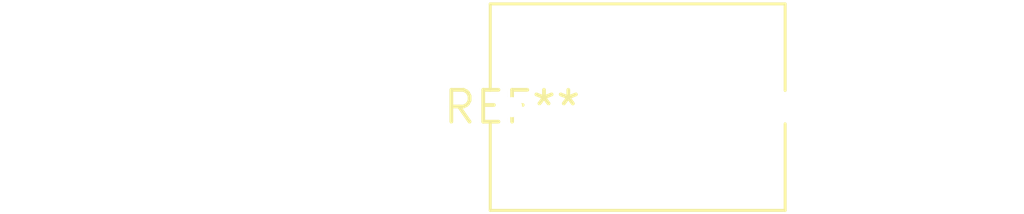
<source format=kicad_pcb>
(kicad_pcb (version 20240108) (generator pcbnew)
  (layers (0 "F.Cu" signal) (31 "B.Cu" signal) (34 "B.Paste" user) (35 "F.Paste" user) (36 "B.SilkS" user "B.Silkscreen") (37 "F.SilkS" user "F.Silkscreen") (38 "B.Mask" user) (39 "F.Mask" user) (44 "Edge.Cuts" user))
  (net 0 "")
  (footprint "C_Rect_L11.5mm_W8.0mm_P10.00mm_MKT" (layer "F.Cu") (at 0 0)
    (property "Reference" "REF**")
    (property "Value" "C_Rect_L11.5mm_W8.0mm_P10.00mm_MKT")
    (fp_line (start -0.87 -4.12) (end -0.87 -0.665) (layer "F.SilkS") (stroke (width 0.12)))
    (fp_line (start -0.87 -4.12) (end 10.87 -4.12) (layer "F.SilkS") (stroke (width 0.12)))
    (fp_line (start -0.87 0.665) (end -0.87 4.12) (layer "F.SilkS") (stroke (width 0.12)))
    (fp_line (start -0.87 4.12) (end 10.87 4.12) (layer "F.SilkS") (stroke (width 0.12)))
    (fp_line (start 10.87 -4.12) (end 10.87 -0.665) (layer "F.SilkS") (stroke (width 0.12)))
    (fp_line (start 10.87 0.665) (end 10.87 4.12) (layer "F.SilkS") (stroke (width 0.12)))
    (pad "1" thru_hole circle (at 0 0) (size 1.6 1.6) (drill 0.8) (layers *.Cu *.Mask) (remove_unused_layers))
    (pad "2" thru_hole circle (at 10 0) (size 1.6 1.6) (drill 0.8) (layers *.Cu *.Mask) (remove_unused_layers))
  )
)
</source>
